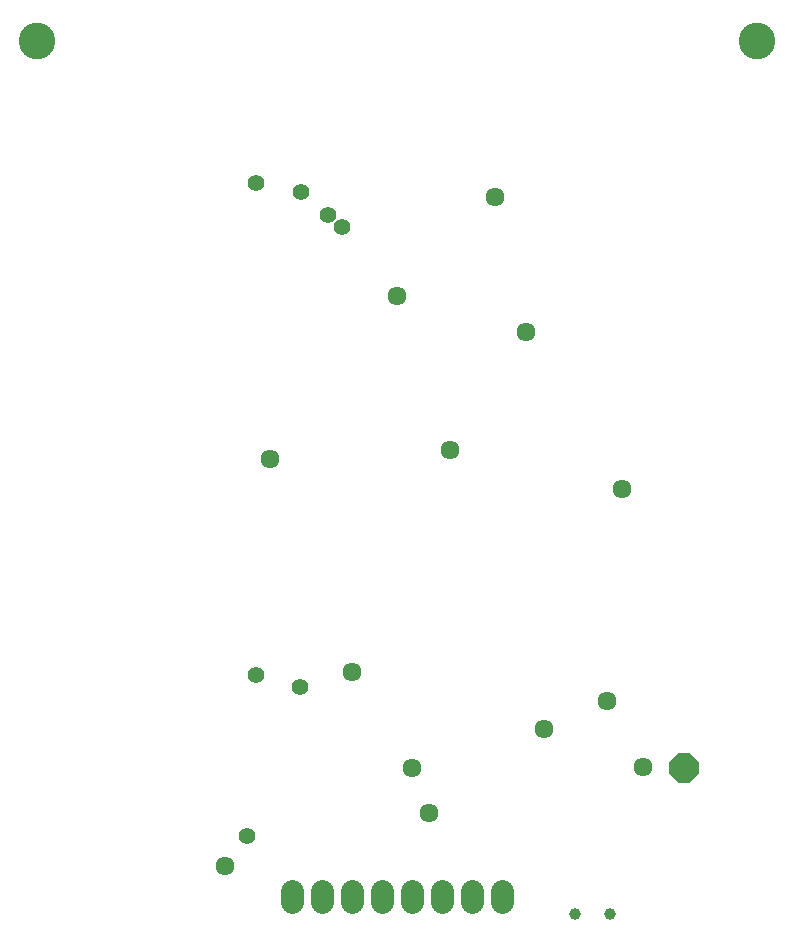
<source format=gbr>
G04 EAGLE Gerber RS-274X export*
G75*
%MOMM*%
%FSLAX34Y34*%
%LPD*%
%INSoldermask Bottom*%
%IPPOS*%
%AMOC8*
5,1,8,0,0,1.08239X$1,22.5*%
G01*
%ADD10C,3.101600*%
%ADD11C,1.981200*%
%ADD12C,0.990000*%
%ADD13P,2.707707X8X112.500000*%
%ADD14C,1.609600*%
%ADD15C,1.409600*%


D10*
X38100Y762000D03*
X647700Y762000D03*
D11*
X254000Y42199D02*
X254000Y32801D01*
X279400Y32801D02*
X279400Y42199D01*
X304800Y42199D02*
X304800Y32801D01*
X330200Y32801D02*
X330200Y42199D01*
X355600Y42199D02*
X355600Y32801D01*
X381000Y32801D02*
X381000Y42199D01*
X406400Y42199D02*
X406400Y32801D01*
X431800Y32801D02*
X431800Y42199D01*
D12*
X493000Y23000D03*
X523000Y23000D03*
D13*
X585470Y146050D03*
D14*
X342900Y546100D03*
X355600Y146050D03*
D15*
X295910Y604520D03*
X215900Y88900D03*
X284480Y614680D03*
D14*
X196850Y63500D03*
X304800Y227330D03*
X520700Y203200D03*
X369570Y107950D03*
X467360Y179070D03*
X234950Y407670D03*
X387350Y415290D03*
X551180Y147320D03*
X533400Y382270D03*
X425450Y629920D03*
X452120Y515620D03*
D15*
X223520Y224790D03*
X223520Y641350D03*
X260350Y214630D03*
X261620Y633730D03*
M02*

</source>
